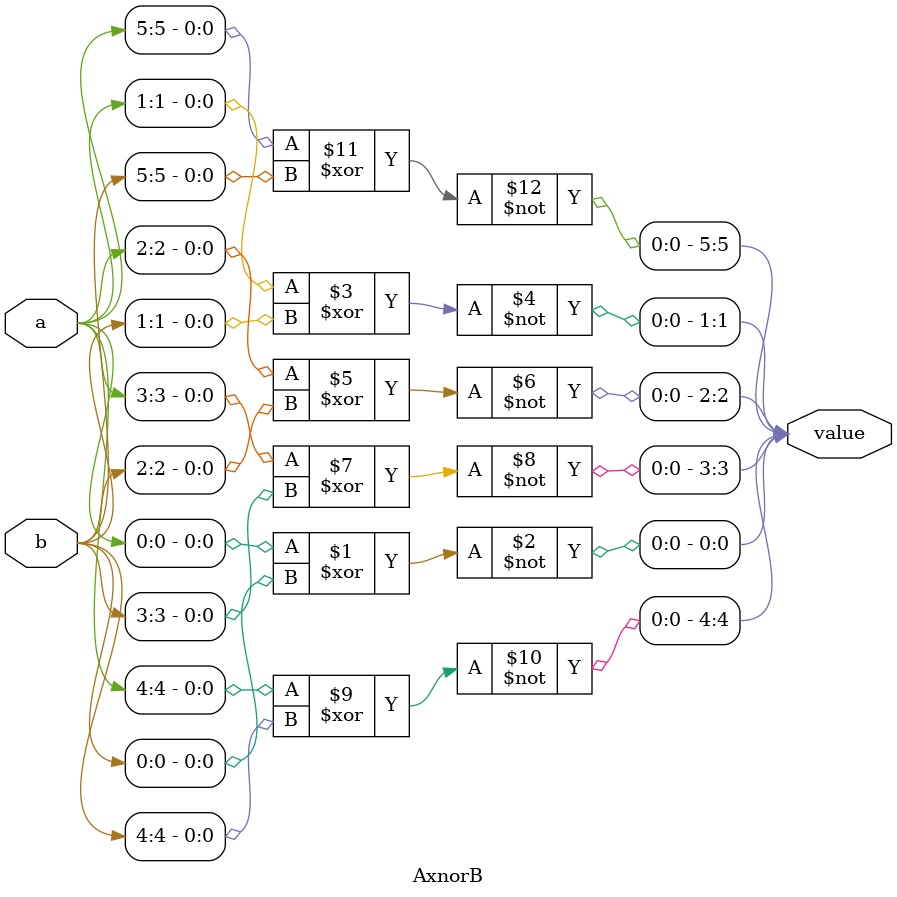
<source format=v>
`timescale 1ns / 1ps
module AxnorB(input [5:0] a,b, output [5:0] value);
    //Performing bitwise xnor operation and storing result bitwise in value
    assign value[0] = ~(a[0] ^ b[0]);
    assign value[1] = ~(a[1] ^ b[1]);
    assign value[2] = ~(a[2] ^ b[2]);
    assign value[3] = ~(a[3] ^ b[3]);
    assign value[4] = ~(a[4] ^ b[4]);
    assign value[5] = ~(a[5] ^ b[5]);
endmodule
</source>
